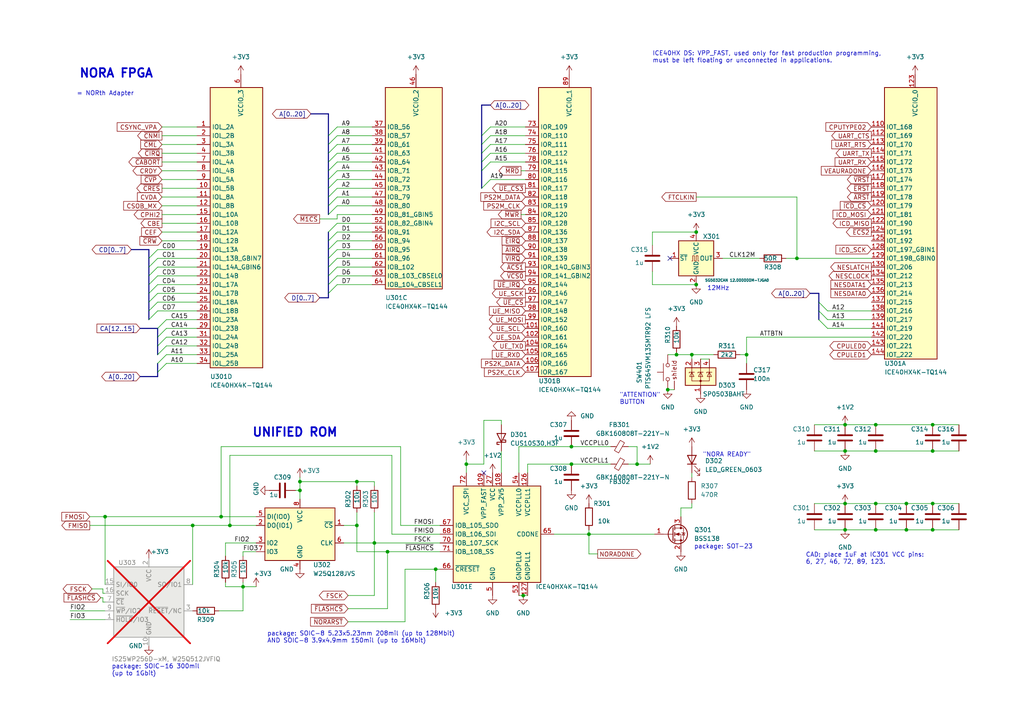
<source format=kicad_sch>
(kicad_sch (version 20230121) (generator eeschema)
  (paper "A4")
  (title_block (title "X65-SBC") (date "2023-12-29") (rev "revA1") (company "FOR X65.EU DESIGNED BY JSYKORA.INFO") (comment 1 "NORA FPGA with UNIFIED ROM SPI-Flash"))
  (lib_symbols
    (symbol "Device:C" (pin_numbers hide) (pin_names (offset 0.254))
      (property "Reference" "C" (at 0.635 2.54 0))
      (property "Value" "C" (at 0.635 -2.54 0))
      (symbol "C_1_1"
        (pin passive line (at 0 3.81 270) (length 2.794) (name "~") (number "1"))
        (pin passive line (at 0 -3.81 90) (length 2.794) (name "~") (number "2"))
      )
    )
    (symbol "Device:D_Schottky" (pin_numbers hide) (pin_names (offset 1.016) hide)
      (property "Reference" "D" (at 0 2.54 0))
      (property "Value" "D_Schottky" (at 0 -2.54 0))
      (symbol "D_Schottky_1_1"
        (pin passive line (at -3.81 0 0) (length 2.54) (name "K") (number "1"))
        (pin passive line (at 3.81 0 180) (length 2.54) (name "A") (number "2"))
      )
    )
    (symbol "Device:FerriteBead_Small" (pin_numbers hide) (pin_names (offset 0))
      (property "Reference" "FB" (at 1.905 1.27 0))
      (property "Value" "FerriteBead_Small" (at 1.905 -1.27 0))
      (symbol "FerriteBead_Small_1_1"
        (pin passive line (at 0 2.54 270) (length 1.27) (name "~") (number "1"))
        (pin passive line (at 0 -2.54 90) (length 1.27) (name "~") (number "2"))
      )
    )
    (symbol "Device:LED" (pin_numbers hide) (pin_names (offset 1.016) hide)
      (property "Reference" "D" (at 0 2.54 0))
      (property "Value" "LED" (at 0 -2.54 0))
      (symbol "LED_1_1"
        (pin passive line (at -3.81 0 0) (length 2.54) (name "K") (number "1"))
        (pin passive line (at 3.81 0 180) (length 2.54) (name "A") (number "2"))
      )
    )
    (symbol "Device:R" (pin_numbers hide) (pin_names (offset 0))
      (property "Reference" "R" (at 2.032 0 90))
      (property "Value" "R" (at 0 0 90))
      (symbol "R_1_1"
        (pin passive line (at 0 3.81 270) (length 1.27) (name "~") (number "1"))
        (pin passive line (at 0 -3.81 90) (length 1.27) (name "~") (number "2"))
      )
    )
    (symbol "FPGA_Lattice:ICE40HX4K-TQ144"
      (property "Reference" "U" (at 12.7 53.34 0))
      (property "Value" "ICE40HX4K-TQ144" (at 30.48 48.26 0))
      (symbol "ICE40HX4K-TQ144_1_1"
        (pin bidirectional line (at -12.7 30.48 0) (length 3.81) (name "IOT_168") (number "110"))
        (pin bidirectional line (at -12.7 27.94 0) (length 3.81) (name "IOT_169") (number "112"))
        (pin bidirectional line (at -12.7 25.4 0) (length 3.81) (name "IOT_170") (number "113"))
        (pin bidirectional line (at -12.7 22.86 0) (length 3.81) (name "IOT_171") (number "114"))
        (pin bidirectional line (at -12.7 20.32 0) (length 3.81) (name "IOT_172") (number "115"))
        (pin bidirectional line (at -12.7 17.78 0) (length 3.81) (name "IOT_173") (number "116"))
        (pin bidirectional line (at -12.7 15.24 0) (length 3.81) (name "IOT_174") (number "117"))
        (pin bidirectional line (at -12.7 12.7 0) (length 3.81) (name "IOT_177") (number "118"))
        (pin bidirectional line (at -12.7 10.16 0) (length 3.81) (name "IOT_178") (number "119"))
        (pin bidirectional line (at -12.7 7.62 0) (length 3.81) (name "IOT_179") (number "120"))
        (pin bidirectional line (at -12.7 5.08 0) (length 3.81) (name "IOT_181") (number "121"))
        (pin bidirectional line (at -12.7 2.54 0) (length 3.81) (name "IOT_190") (number "122"))
        (pin power_in line (at 0 45.72 270) (length 3.81) (name "VCCIO_0") (number "123"))
        (pin bidirectional line (at -12.7 0 0) (length 3.81) (name "IOT_191") (number "124"))
        (pin bidirectional line (at -12.7 -2.54 0) (length 3.81) (name "IOT_192") (number "125"))
        (pin bidirectional line (at -12.7 -5.08 0) (length 3.81) (name "IOT_197_GBIN1") (number "128"))
        (pin bidirectional line (at -12.7 -7.62 0) (length 3.81) (name "IOT_198_GBIN0") (number "129"))
        (pin bidirectional line (at -12.7 -10.16 0) (length 3.81) (name "IOT_206") (number "130"))
        (pin passive line (at 0 45.72 270) (length 3.81) hide (name "VCCIO_0") (number "131"))
        (pin bidirectional line (at -12.7 -12.7 0) (length 3.81) (name "IOT_212") (number "134"))
        (pin bidirectional line (at -12.7 -15.24 0) (length 3.81) (name "IOT_213") (number "135"))
        (pin bidirectional line (at -12.7 -17.78 0) (length 3.81) (name "IOT_214") (number "136"))
        (pin bidirectional line (at -12.7 -20.32 0) (length 3.81) (name "IOT_215") (number "137"))
        (pin bidirectional line (at -12.7 -22.86 0) (length 3.81) (name "IOT_216") (number "138"))
        (pin bidirectional line (at -12.7 -25.4 0) (length 3.81) (name "IOT_217") (number "139"))
        (pin bidirectional line (at -12.7 -27.94 0) (length 3.81) (name "IOT_219") (number "141"))
        (pin bidirectional line (at -12.7 -30.48 0) (length 3.81) (name "IOT_220") (number "142"))
        (pin bidirectional line (at -12.7 -33.02 0) (length 3.81) (name "IOT_221") (number "143"))
        (pin bidirectional line (at -12.7 -35.56 0) (length 3.81) (name "IOT_222") (number "144"))
      )
      (symbol "ICE40HX4K-TQ144_2_1"
        (pin passive line (at 0 48.26 270) (length 3.81) hide (name "VCCIO_1") (number "100"))
        (pin bidirectional line (at -12.7 -25.4 0) (length 3.81) (name "IOR_160") (number "101"))
        (pin bidirectional line (at -12.7 -27.94 0) (length 3.81) (name "IOR_161") (number "102"))
        (pin bidirectional line (at -12.7 -30.48 0) (length 3.81) (name "IOR_164") (number "104"))
        (pin bidirectional line (at -12.7 -33.02 0) (length 3.81) (name "IOR_165") (number "105"))
        (pin bidirectional line (at -12.7 -35.56 0) (length 3.81) (name "IOR_166") (number "106"))
        (pin bidirectional line (at -12.7 -38.1 0) (length 3.81) (name "IOR_167") (number "107"))
        (pin bidirectional line (at -12.7 33.02 0) (length 3.81) (name "IOR_109") (number "73"))
        (pin bidirectional line (at -12.7 30.48 0) (length 3.81) (name "IOR_110") (number "74"))
        (pin bidirectional line (at -12.7 27.94 0) (length 3.81) (name "IOR_111") (number "75"))
        (pin bidirectional line (at -12.7 25.4 0) (length 3.81) (name "IOR_112") (number "76"))
        (pin bidirectional line (at -12.7 22.86 0) (length 3.81) (name "IOR_114") (number "78"))
        (pin bidirectional line (at -12.7 20.32 0) (length 3.81) (name "IOR_115") (number "79"))
        (pin bidirectional line (at -12.7 17.78 0) (length 3.81) (name "IOR_116") (number "80"))
        (pin bidirectional line (at -12.7 15.24 0) (length 3.81) (name "IOR_117") (number "81"))
        (pin bidirectional line (at -12.7 12.7 0) (length 3.81) (name "IOR_118") (number "82"))
        (pin bidirectional line (at -12.7 10.16 0) (length 3.81) (name "IOR_119") (number "83"))
        (pin bidirectional line (at -12.7 7.62 0) (length 3.81) (name "IOR_120") (number "84"))
        (pin bidirectional line (at -12.7 5.08 0) (length 3.81) (name "IOR_128") (number "85"))
        (pin bidirectional line (at -12.7 2.54 0) (length 3.81) (name "IOR_136") (number "87"))
        (pin bidirectional line (at -12.7 0 0) (length 3.81) (name "IOR_137") (number "88"))
        (pin power_in line (at 0 48.26 270) (length 3.81) (name "VCCIO_1") (number "89"))
        (pin bidirectional line (at -12.7 -2.54 0) (length 3.81) (name "IOR_138") (number "90"))
        (pin bidirectional line (at -12.7 -5.08 0) (length 3.81) (name "IOR_139") (number "91"))
        (pin bidirectional line (at -12.7 -7.62 0) (length 3.81) (name "IOR_140_GBIN3") (number "93"))
        (pin bidirectional line (at -12.7 -10.16 0) (length 3.81) (name "IOR_141_GBIN2") (number "94"))
        (pin bidirectional line (at -12.7 -12.7 0) (length 3.81) (name "IOR_144") (number "95"))
        (pin bidirectional line (at -12.7 -15.24 0) (length 3.81) (name "IOR_146") (number "96"))
        (pin bidirectional line (at -12.7 -17.78 0) (length 3.81) (name "IOR_147") (number "97"))
        (pin bidirectional line (at -12.7 -20.32 0) (length 3.81) (name "IOR_148") (number "98"))
        (pin bidirectional line (at -12.7 -22.86 0) (length 3.81) (name "IOR_152") (number "99"))
      )
      (symbol "ICE40HX4K-TQ144_3_1"
        (pin bidirectional line (at -12.7 20.32 0) (length 3.81) (name "IOB_56") (number "37"))
        (pin bidirectional line (at -12.7 17.78 0) (length 3.81) (name "IOB_57") (number "38"))
        (pin bidirectional line (at -12.7 15.24 0) (length 3.81) (name "IOB_61") (number "39"))
        (pin bidirectional line (at -12.7 12.7 0) (length 3.81) (name "IOB_63") (number "41"))
        (pin bidirectional line (at -12.7 10.16 0) (length 3.81) (name "IOB_64") (number "42"))
        (pin bidirectional line (at -12.7 7.62 0) (length 3.81) (name "IOB_71") (number "43"))
        (pin bidirectional line (at -12.7 5.08 0) (length 3.81) (name "IOB_72") (number "44"))
        (pin bidirectional line (at -12.7 2.54 0) (length 3.81) (name "IOB_73") (number "45"))
        (pin power_in line (at 0 35.56 270) (length 3.81) (name "VCCIO_2") (number "46"))
        (pin bidirectional line (at -12.7 0 0) (length 3.81) (name "IOB_79") (number "47"))
        (pin bidirectional line (at -12.7 -2.54 0) (length 3.81) (name "IOB_80") (number "48"))
        (pin bidirectional line (at -12.7 -5.08 0) (length 3.81) (name "IOB_81_GBIN5") (number "49"))
        (pin bidirectional line (at -12.7 -7.62 0) (length 3.81) (name "IOB_82_GBIN4") (number "52"))
        (pin bidirectional line (at -12.7 -10.16 0) (length 3.81) (name "IOB_91") (number "55"))
        (pin bidirectional line (at -12.7 -12.7 0) (length 3.81) (name "IOB_94") (number "56"))
        (pin passive line (at 0 35.56 270) (length 3.81) hide (name "VCCIO_2") (number "57"))
        (pin bidirectional line (at -12.7 -15.24 0) (length 3.81) (name "IOB_95") (number "60"))
        (pin bidirectional line (at -12.7 -17.78 0) (length 3.81) (name "IOB_96") (number "61"))
        (pin bidirectional line (at -12.7 -20.32 0) (length 3.81) (name "IOB_102") (number "62"))
        (pin bidirectional line (at -12.7 -22.86 0) (length 3.81) (name "IOB_103_CBSEL0") (number "63"))
        (pin bidirectional line (at -12.7 -25.4 0) (length 3.81) (name "IOB_104_CBSEL1") (number "64"))
      )
      (symbol "ICE40HX4K-TQ144_4_1"
        (pin bidirectional line (at -12.7 30.48 0) (length 3.81) (name "IOL_2A") (number "1"))
        (pin bidirectional line (at -12.7 12.7 0) (length 3.81) (name "IOL_5B") (number "10"))
        (pin bidirectional line (at -12.7 10.16 0) (length 3.81) (name "IOL_8A") (number "11"))
        (pin bidirectional line (at -12.7 7.62 0) (length 3.81) (name "IOL_8B") (number "12"))
        (pin bidirectional line (at -12.7 5.08 0) (length 3.81) (name "IOL_10A") (number "15"))
        (pin bidirectional line (at -12.7 2.54 0) (length 3.81) (name "IOL_10B") (number "16"))
        (pin bidirectional line (at -12.7 0 0) (length 3.81) (name "IOL_12A") (number "17"))
        (pin bidirectional line (at -12.7 -2.54 0) (length 3.81) (name "IOL_12B") (number "18"))
        (pin bidirectional line (at -12.7 -5.08 0) (length 3.81) (name "IOL_13A") (number "19"))
        (pin bidirectional line (at -12.7 27.94 0) (length 3.81) (name "IOL_2B") (number "2"))
        (pin bidirectional line (at -12.7 -7.62 0) (length 3.81) (name "IOL_13B_GBIN7") (number "20"))
        (pin bidirectional line (at -12.7 -10.16 0) (length 3.81) (name "IOL_14A_GBIN6") (number "21"))
        (pin bidirectional line (at -12.7 -12.7 0) (length 3.81) (name "IOL_14B") (number "22"))
        (pin bidirectional line (at -12.7 -15.24 0) (length 3.81) (name "IOL_17A") (number "23"))
        (pin bidirectional line (at -12.7 -17.78 0) (length 3.81) (name "IOL_17B") (number "24"))
        (pin bidirectional line (at -12.7 -20.32 0) (length 3.81) (name "IOL_18A") (number "25"))
        (pin bidirectional line (at -12.7 -22.86 0) (length 3.81) (name "IOL_18B") (number "26"))
        (pin bidirectional line (at -12.7 -25.4 0) (length 3.81) (name "IOL_23A") (number "28"))
        (pin bidirectional line (at -12.7 -27.94 0) (length 3.81) (name "IOL_23B") (number "29"))
        (pin bidirectional line (at -12.7 25.4 0) (length 3.81) (name "IOL_3A") (number "3"))
        (pin passive line (at 0 45.72 270) (length 3.81) hide (name "VCCIO_3") (number "30"))
        (pin bidirectional line (at -12.7 -30.48 0) (length 3.81) (name "IOL_24A") (number "31"))
        (pin bidirectional line (at -12.7 -33.02 0) (length 3.81) (name "IOL_24B") (number "32"))
        (pin bidirectional line (at -12.7 -35.56 0) (length 3.81) (name "IOL_25A") (number "33"))
        (pin bidirectional line (at -12.7 -38.1 0) (length 3.81) (name "IOL_25B") (number "34"))
        (pin bidirectional line (at -12.7 22.86 0) (length 3.81) (name "IOL_3B") (number "4"))
        (pin power_in line (at 0 45.72 270) (length 3.81) (name "VCCIO_3") (number "6"))
        (pin bidirectional line (at -12.7 20.32 0) (length 3.81) (name "IOL_4A") (number "7"))
        (pin bidirectional line (at -12.7 17.78 0) (length 3.81) (name "IOL_4B") (number "8"))
        (pin bidirectional line (at -12.7 15.24 0) (length 3.81) (name "IOL_5A") (number "9"))
      )
      (symbol "ICE40HX4K-TQ144_5_1"
        (pin passive line (at 0 -17.78 90) (length 3.81) hide (name "GND") (number "103"))
        (pin power_in line (at 2.54 17.78 270) (length 3.81) (name "VPP_2V5") (number "108"))
        (pin power_in line (at -2.54 17.78 270) (length 3.81) (name "VPP_FAST") (number "109"))
        (pin passive line (at 0 17.78 270) (length 3.81) hide (name "VCC") (number "111"))
        (pin power_in line (at 10.16 17.78 270) (length 3.81) (name "VCCPLL1") (number "126"))
        (pin power_in line (at 10.16 -17.78 90) (length 3.81) (name "GNDPLL1") (number "127"))
        (pin passive line (at 0 -17.78 90) (length 3.81) hide (name "GND") (number "13"))
        (pin passive line (at 0 -17.78 90) (length 3.81) hide (name "GND") (number "132"))
        (pin no_connect line (at 12.7 -10.16 180) (length 3.81) hide (name "NC") (number "133"))
        (pin passive line (at 0 -17.78 90) (length 3.81) hide (name "GND") (number "14"))
        (pin passive line (at 0 -17.78 90) (length 3.81) hide (name "GND") (number "140"))
        (pin power_in line (at 0 17.78 270) (length 3.81) (name "VCC") (number "27"))
        (pin no_connect line (at 12.7 5.08 180) (length 3.81) hide (name "NC") (number "35"))
        (pin no_connect line (at 12.7 2.54 180) (length 3.81) hide (name "NC") (number "36"))
        (pin passive line (at 0 17.78 270) (length 3.81) hide (name "VCC") (number "40"))
        (pin power_in line (at 0 -17.78 90) (length 3.81) (name "GND") (number "5"))
        (pin no_connect line (at 12.7 -2.54 180) (length 3.81) hide (name "NC") (number "50"))
        (pin no_connect line (at 12.7 -5.08 180) (length 3.81) hide (name "NC") (number "51"))
        (pin power_in line (at 7.62 -17.78 90) (length 3.81) (name "GNDPLL0") (number "53"))
        (pin power_in line (at 7.62 17.78 270) (length 3.81) (name "VCCPLL0") (number "54"))
        (pin no_connect line (at 12.7 -7.62 180) (length 3.81) hide (name "NC") (number "58"))
        (pin passive line (at 0 -17.78 90) (length 3.81) hide (name "GND") (number "59"))
        (pin open_collector line (at 17.78 0 180) (length 3.81) (name "CDONE") (number "65"))
        (pin input line (at -15.24 -10.16 0) (length 3.81) (name "~{CRESET}") (number "66"))
        (pin bidirectional line (at -15.24 2.54 0) (length 3.81) (name "IOB_105_SDO") (number "67"))
        (pin bidirectional line (at -15.24 0 0) (length 3.81) (name "IOB_106_SDI") (number "68"))
        (pin passive line (at 0 -17.78 90) (length 3.81) hide (name "GND") (number "69"))
        (pin bidirectional line (at -15.24 -2.54 0) (length 3.81) (name "IOB_107_SCK") (number "70"))
        (pin bidirectional line (at -15.24 -5.08 0) (length 3.81) (name "IOB_108_SS") (number "71"))
        (pin power_in line (at -7.62 17.78 270) (length 3.81) (name "VCC_SPI") (number "72"))
        (pin no_connect line (at 12.7 7.62 180) (length 3.81) hide (name "NC") (number "77"))
        (pin passive line (at 0 -17.78 90) (length 3.81) hide (name "GND") (number "86"))
        (pin passive line (at 0 17.78 270) (length 3.81) hide (name "VCC") (number "92"))
      )
    )
    (symbol "Memory_Flash:IS25WP256D-xM"
      (property "Reference" "U" (at -8.89 11.43 0))
      (property "Value" "IS25WP256D-xM" (at 8.89 11.43 0))
      (symbol "IS25WP256D-xM_0_1"
        (pin bidirectional line (at -12.7 -5.08 0) (length 2.54) (name "~{HOLD}/IO3") (number "1"))
        (pin power_in line (at 0 -12.7 90) (length 2.54) (name "GND") (number "10"))
        (pin no_connect line (at 10.16 0 180) (length 2.54) hide (name "NC") (number "11"))
        (pin no_connect line (at 10.16 -5.08 180) (length 2.54) hide (name "NC") (number "12"))
        (pin no_connect line (at 10.16 7.62 180) (length 2.54) hide (name "NC") (number "13"))
        (pin no_connect line (at 10.16 -7.62 180) (length 2.54) hide (name "NC") (number "14"))
        (pin bidirectional line (at -12.7 5.08 0) (length 2.54) (name "SI/IO0") (number "15"))
        (pin input line (at -12.7 2.54 0) (length 2.54) (name "SCK") (number "16"))
        (pin power_in line (at 0 12.7 270) (length 2.54) (name "VCC") (number "2"))
        (pin input line (at 12.7 -2.54 180) (length 2.54) (name "~{RESET}/NC") (number "3"))
        (pin no_connect line (at -10.16 7.62 0) (length 2.54) hide (name "NC") (number "4"))
        (pin no_connect line (at -10.16 -7.62 0) (length 2.54) hide (name "NC") (number "5"))
        (pin no_connect line (at 10.16 2.54 180) (length 2.54) hide (name "NC") (number "6"))
        (pin input line (at -12.7 0 0) (length 2.54) (name "~{CE}") (number "7"))
        (pin bidirectional line (at 12.7 5.08 180) (length 2.54) (name "SO/IO1") (number "8"))
        (pin bidirectional line (at -12.7 -2.54 0) (length 2.54) (name "~{WP}/IO2") (number "9"))
      )
    )
    (symbol "Memory_Flash:W25Q128JVS"
      (property "Reference" "U" (at -8.89 8.89 0))
      (property "Value" "W25Q128JVS" (at 7.62 8.89 0))
      (symbol "W25Q128JVS_1_1"
        (pin input line (at -12.7 2.54 0) (length 2.54) (name "~{CS}") (number "1"))
        (pin bidirectional line (at 12.7 2.54 180) (length 2.54) (name "DO(IO1)") (number "2"))
        (pin bidirectional line (at 12.7 -2.54 180) (length 2.54) (name "IO2") (number "3"))
        (pin power_in line (at 0 -10.16 90) (length 2.54) (name "GND") (number "4"))
        (pin bidirectional line (at 12.7 5.08 180) (length 2.54) (name "DI(IO0)") (number "5"))
        (pin input line (at -12.7 -2.54 0) (length 2.54) (name "CLK") (number "6"))
        (pin bidirectional line (at 12.7 -5.08 180) (length 2.54) (name "IO3") (number "7"))
        (pin power_in line (at 0 10.16 270) (length 2.54) (name "VCC") (number "8"))
      )
    )
    (symbol "Oscillator:SG-5032CAN" (pin_names (offset 0.254))
      (property "Reference" "X" (at -5.08 6.35 0))
      (property "Value" "SG-5032CAN" (at 1.27 -6.35 0))
      (symbol "SG-5032CAN_1_1"
        (pin input line (at -7.62 0 0) (length 2.54) (name "~{ST}") (number "1"))
        (pin power_in line (at 0 -7.62 90) (length 2.54) (name "GND") (number "2"))
        (pin output line (at 7.62 0 180) (length 2.54) (name "OUT") (number "3"))
        (pin power_in line (at 0 7.62 270) (length 2.54) (name "VCC") (number "4"))
      )
    )
    (symbol "Power_Protection:SP0503BAHT" (pin_names hide)
      (property "Reference" "D" (at 5.715 2.54 0))
      (property "Value" "SP0503BAHT" (at 5.715 0.635 0))
      (symbol "SP0503BAHT_0_0"
        (pin passive line (at 0 -5.08 90) (length 2.54) (name "A") (number "1"))
      )
      (symbol "SP0503BAHT_1_1"
        (pin passive line (at -2.54 5.08 270) (length 2.54) (name "K") (number "2"))
        (pin passive line (at 0 5.08 270) (length 2.54) (name "K") (number "3"))
        (pin passive line (at 2.54 5.08 270) (length 2.54) (name "K") (number "4"))
      )
    )
    (symbol "Transistor_FET:BSS123" (pin_names hide)
      (property "Reference" "Q" (at 5.08 1.905 0))
      (property "Value" "BSS123" (at 5.08 0 0))
      (symbol "BSS123_1_1"
        (pin input line (at -5.08 0 0) (length 2.54) (name "G") (number "1"))
        (pin passive line (at 2.54 -5.08 90) (length 2.54) (name "S") (number "2"))
        (pin passive line (at 2.54 5.08 270) (length 2.54) (name "D") (number "3"))
      )
    )
    (symbol "power:+1V2" (power) (pin_names (offset 0))
      (property "Value" "+1V2" (at 0 3.556 0))
      (symbol "+1V2_1_1"
        (pin power_in line (at 0 0 90) (length 0) hide (name "+1V2") (number "1"))
      )
    )
    (symbol "power:+3V3" (power) (pin_names (offset 0))
      (property "Value" "+3V3" (at 0 3.556 0))
      (symbol "+3V3_1_1"
        (pin power_in line (at 0 0 90) (length 0) hide (name "+3V3") (number "1"))
      )
    )
    (symbol "power:GND" (power) (pin_names (offset 0))
      (property "Value" "GND" (at 0 -3.81 0))
      (symbol "GND_1_1"
        (pin power_in line (at 0 0 270) (length 0) hide (name "GND") (number "1"))
      )
    )
    (symbol "vera-module:SW_Push_SH" (pin_numbers hide) (pin_names (offset 1.016) hide)
      (property "Reference" "SW" (at 1.27 2.54 0))
      (property "Value" "SW_Push_SH" (at 0 -4.445 0))
      (symbol "SW_Push_SH_0_0"
        (text "shield" (at 0.635 -1.905 0) (effects (font (size 1.27 1.27))))
      )
      (symbol "SW_Push_SH_0_1"
        (pin passive line (at -5.08 0 0) (length 2.54) (name "1") (number "1"))
        (pin passive line (at 5.08 0 180) (length 2.54) (name "2") (number "2"))
      )
      (symbol "SW_Push_SH_1_1"
        (pin passive line (at -5.08 -1.905 0) (length 2.54) (name "SH") (number "SH"))
      )
    )
  )
  (junction (at 151.765 172.72))
  (junction (at 245.11 153.67))
  (junction (at 254 130.81))
  (junction (at 64.135 149.86))
  (junction (at 245.11 123.19))
  (junction (at 201.93 82.55))
  (junction (at 103.505 139.7))
  (junction (at 170.815 154.94))
  (junction (at 270.51 153.67))
  (junction (at 270.51 130.81))
  (junction (at 184.785 134.62))
  (junction (at 254 123.19))
  (junction (at 262.89 146.05))
  (junction (at 86.995 142.24))
  (junction (at 135.255 134.62))
  (junction (at 270.51 146.05))
  (junction (at 245.11 146.05))
  (junction (at 70.485 170.18))
  (junction (at 112.395 160.02))
  (junction (at 254 153.67))
  (junction (at 103.505 152.4))
  (junction (at 55.88 152.4))
  (junction (at 108.585 157.48))
  (junction (at 216.535 102.87))
  (junction (at 193.675 113.03))
  (junction (at 270.51 123.19))
  (junction (at 86.995 139.7))
  (junction (at 66.675 152.4))
  (junction (at 231.14 74.93))
  (junction (at 201.93 67.31))
  (junction (at 126.365 165.1))
  (junction (at 165.735 129.54))
  (junction (at 165.735 134.62))
  (junction (at 245.11 130.81))
  (junction (at 262.89 153.67))
  (junction (at 254 146.05))
  (junction (at 200.66 102.87))
  (junction (at 30.48 149.86))
  (junction (at 196.215 102.87))
  (no_connect (at 194.31 74.93))
  (no_connect (at 140.335 137.16))
  (bus_entry (at 237.49 92.71) (size 2.54 2.54))
  (bus_entry (at 45.72 100.33) (size 2.54 -2.54))
  (bus_entry (at 45.72 95.25) (size 2.54 -2.54))
  (bus_entry (at 45.72 97.79) (size 2.54 -2.54))
  (bus_entry (at 45.72 102.87) (size 2.54 -2.54))
  (bus_entry (at 95.25 41.91) (size 2.54 -2.54))
  (bus_entry (at 95.25 39.37) (size 2.54 -2.54))
  (bus_entry (at 95.25 44.45) (size 2.54 -2.54))
  (bus_entry (at 95.25 46.99) (size 2.54 -2.54))
  (bus_entry (at 95.25 49.53) (size 2.54 -2.54))
  (bus_entry (at 95.25 52.07) (size 2.54 -2.54))
  (bus_entry (at 95.25 54.61) (size 2.54 -2.54))
  (bus_entry (at 95.25 57.15) (size 2.54 -2.54))
  (bus_entry (at 95.25 59.69) (size 2.54 -2.54))
  (bus_entry (at 95.25 62.23) (size 2.54 -2.54))
  (bus_entry (at 139.7 41.91) (size 2.54 -2.54))
  (bus_entry (at 139.7 39.37) (size 2.54 -2.54))
  (bus_entry (at 139.7 49.53) (size 2.54 -2.54))
  (bus_entry (at 139.7 44.45) (size 2.54 -2.54))
  (bus_entry (at 139.7 46.99) (size 2.54 -2.54))
  (bus_entry (at 45.72 105.41) (size 2.54 -2.54))
  (bus_entry (at 45.72 107.95) (size 2.54 -2.54))
  (bus_entry (at 43.18 74.93) (size 2.54 -2.54))
  (bus_entry (at 43.18 77.47) (size 2.54 -2.54))
  (bus_entry (at 43.18 80.01) (size 2.54 -2.54))
  (bus_entry (at 43.18 82.55) (size 2.54 -2.54))
  (bus_entry (at 43.18 85.09) (size 2.54 -2.54))
  (bus_entry (at 43.18 87.63) (size 2.54 -2.54))
  (bus_entry (at 43.18 90.17) (size 2.54 -2.54))
  (bus_entry (at 43.18 92.71) (size 2.54 -2.54))
  (bus_entry (at 95.25 82.55) (size 2.54 -2.54))
  (bus_entry (at 95.25 85.09) (size 2.54 -2.54))
  (bus_entry (at 142.24 52.07) (size -2.54 2.54))
  (bus_entry (at 237.49 90.17) (size 2.54 2.54))
  (bus_entry (at 237.49 87.63) (size 2.54 2.54))
  (bus_entry (at 95.25 74.93) (size 2.54 -2.54))
  (bus_entry (at 95.25 72.39) (size 2.54 -2.54))
  (bus_entry (at 95.25 69.85) (size 2.54 -2.54))
  (bus_entry (at 95.25 67.31) (size 2.54 -2.54))
  (bus_entry (at 95.25 77.47) (size 2.54 -2.54))
  (bus_entry (at 95.25 80.01) (size 2.54 -2.54))
  (wire (pts (xy 135.255 134.62) (xy 135.255 137.16)))
  (wire (pts (xy 103.505 160.02) (xy 112.395 160.02)))
  (wire (pts (xy 46.99 64.77) (xy 57.15 64.77)))
  (wire (pts (xy 86.995 138.43) (xy 86.995 139.7)))
  (wire (pts (xy 45.72 80.01) (xy 57.15 80.01)))
  (bus (pts (xy 234.95 85.09) (xy 237.49 85.09)))
  (wire (pts (xy 165.735 129.54) (xy 150.495 129.54)))
  (wire (pts (xy 245.11 123.19) (xy 254 123.19)))
  (bus (pts (xy 43.18 90.17) (xy 43.18 92.71)))
  (wire (pts (xy 74.295 149.86) (xy 64.135 149.86)))
  (bus (pts (xy 95.25 49.53) (xy 95.25 52.07)))
  (wire (pts (xy 227.965 74.93) (xy 231.14 74.93)))
  (bus (pts (xy 95.25 59.69) (xy 95.25 62.23)))
  (bus (pts (xy 90.17 33.02) (xy 95.25 33.02)))
  (wire (pts (xy 108.585 157.48) (xy 127.635 157.48)))
  (wire (pts (xy 48.26 102.87) (xy 57.15 102.87)))
  (wire (pts (xy 55.88 152.4) (xy 55.88 169.545)))
  (wire (pts (xy 97.79 72.39) (xy 107.95 72.39)))
  (wire (pts (xy 100.965 172.72) (xy 108.585 172.72)))
  (wire (pts (xy 97.79 44.45) (xy 107.95 44.45)))
  (wire (pts (xy 70.485 168.91) (xy 70.485 170.18)))
  (wire (pts (xy 30.48 149.86) (xy 30.48 169.545)))
  (wire (pts (xy 97.79 39.37) (xy 107.95 39.37)))
  (bus (pts (xy 45.72 95.25) (xy 45.72 97.79)))
  (wire (pts (xy 46.99 36.83) (xy 57.15 36.83)))
  (bus (pts (xy 139.7 46.99) (xy 139.7 49.53)))
  (wire (pts (xy 145.415 130.81) (xy 145.415 137.16)))
  (wire (pts (xy 200.66 102.87) (xy 207.01 102.87)))
  (wire (pts (xy 270.51 123.19) (xy 278.13 123.19)))
  (wire (pts (xy 201.93 67.31) (xy 189.23 67.31)))
  (wire (pts (xy 55.88 152.4) (xy 66.675 152.4)))
  (wire (pts (xy 231.14 74.93) (xy 252.73 74.93)))
  (wire (pts (xy 74.295 152.4) (xy 66.675 152.4)))
  (wire (pts (xy 201.93 82.55) (xy 189.23 82.55)))
  (wire (pts (xy 48.26 105.41) (xy 57.15 105.41)))
  (wire (pts (xy 99.695 157.48) (xy 108.585 157.48)))
  (wire (pts (xy 97.79 41.91) (xy 107.95 41.91)))
  (wire (pts (xy 236.22 130.81) (xy 245.11 130.81)))
  (wire (pts (xy 270.51 153.67) (xy 278.13 153.67)))
  (wire (pts (xy 29.21 173.355) (xy 29.845 173.355)))
  (wire (pts (xy 45.72 72.39) (xy 57.15 72.39)))
  (bus (pts (xy 237.49 87.63) (xy 237.49 90.17)))
  (wire (pts (xy 142.24 46.99) (xy 152.4 46.99)))
  (wire (pts (xy 86.995 139.7) (xy 103.505 139.7)))
  (wire (pts (xy 74.295 160.02) (xy 70.485 160.02)))
  (bus (pts (xy 43.18 77.47) (xy 43.18 80.01)))
  (wire (pts (xy 45.72 82.55) (xy 57.15 82.55)))
  (wire (pts (xy 46.99 52.07) (xy 57.15 52.07)))
  (wire (pts (xy 46.99 62.23) (xy 57.15 62.23)))
  (wire (pts (xy 197.485 147.32) (xy 197.485 149.86)))
  (wire (pts (xy 177.165 134.62) (xy 165.735 134.62)))
  (wire (pts (xy 270.51 130.81) (xy 278.13 130.81)))
  (wire (pts (xy 97.79 36.83) (xy 107.95 36.83)))
  (wire (pts (xy 112.395 160.02) (xy 112.395 176.53)))
  (wire (pts (xy 200.66 146.05) (xy 200.66 147.32)))
  (wire (pts (xy 252.73 97.79) (xy 216.535 97.79)))
  (wire (pts (xy 97.79 52.07) (xy 107.95 52.07)))
  (wire (pts (xy 70.485 160.02) (xy 70.485 161.29)))
  (wire (pts (xy 46.99 39.37) (xy 57.15 39.37)))
  (wire (pts (xy 70.485 177.165) (xy 70.485 170.18)))
  (wire (pts (xy 165.735 134.62) (xy 153.035 134.62)))
  (bus (pts (xy 40.64 95.25) (xy 45.72 95.25)))
  (wire (pts (xy 46.99 67.31) (xy 57.15 67.31)))
  (wire (pts (xy 142.24 39.37) (xy 152.4 39.37)))
  (wire (pts (xy 99.695 152.4) (xy 103.505 152.4)))
  (bus (pts (xy 95.25 72.39) (xy 95.25 74.93)))
  (wire (pts (xy 46.99 41.91) (xy 57.15 41.91)))
  (wire (pts (xy 20.32 179.705) (xy 30.48 179.705)))
  (bus (pts (xy 40.64 109.22) (xy 45.72 109.22)))
  (wire (pts (xy 30.48 149.86) (xy 64.135 149.86)))
  (wire (pts (xy 97.79 64.77) (xy 107.95 64.77)))
  (wire (pts (xy 182.245 129.54) (xy 184.785 129.54)))
  (wire (pts (xy 48.26 97.79) (xy 57.15 97.79)))
  (wire (pts (xy 97.79 74.93) (xy 107.95 74.93)))
  (wire (pts (xy 66.675 132.08) (xy 113.665 132.08)))
  (wire (pts (xy 45.72 87.63) (xy 57.15 87.63)))
  (bus (pts (xy 95.25 44.45) (xy 95.25 46.99)))
  (wire (pts (xy 64.135 129.54) (xy 116.205 129.54)))
  (wire (pts (xy 86.995 142.24) (xy 86.995 144.78)))
  (wire (pts (xy 46.99 59.69) (xy 57.15 59.69)))
  (wire (pts (xy 193.675 102.87) (xy 196.215 102.87)))
  (wire (pts (xy 46.99 44.45) (xy 57.15 44.45)))
  (wire (pts (xy 86.995 139.7) (xy 86.995 142.24)))
  (bus (pts (xy 95.25 77.47) (xy 95.25 80.01)))
  (wire (pts (xy 151.765 172.72) (xy 153.035 172.72)))
  (wire (pts (xy 48.26 95.25) (xy 57.15 95.25)))
  (bus (pts (xy 95.25 33.02) (xy 95.25 39.37)))
  (wire (pts (xy 26.67 170.815) (xy 29.845 170.815)))
  (wire (pts (xy 48.26 92.71) (xy 57.15 92.71)))
  (wire (pts (xy 145.415 121.92) (xy 140.335 121.92)))
  (wire (pts (xy 117.475 165.1) (xy 117.475 180.34)))
  (wire (pts (xy 46.99 57.15) (xy 57.15 57.15)))
  (wire (pts (xy 107.95 62.23) (xy 97.79 62.23)))
  (bus (pts (xy 43.18 80.01) (xy 43.18 82.55)))
  (wire (pts (xy 240.03 90.17) (xy 252.73 90.17)))
  (wire (pts (xy 100.965 176.53) (xy 112.395 176.53)))
  (wire (pts (xy 108.585 140.97) (xy 108.585 139.7)))
  (wire (pts (xy 236.22 153.67) (xy 245.11 153.67)))
  (wire (pts (xy 45.72 74.93) (xy 57.15 74.93)))
  (bus (pts (xy 139.7 41.91) (xy 139.7 44.45)))
  (wire (pts (xy 170.815 154.94) (xy 170.815 160.655)))
  (wire (pts (xy 184.785 134.62) (xy 182.245 134.62)))
  (wire (pts (xy 150.495 172.72) (xy 151.765 172.72)))
  (wire (pts (xy 170.815 154.94) (xy 170.815 153.67)))
  (wire (pts (xy 97.79 77.47) (xy 107.95 77.47)))
  (wire (pts (xy 142.24 44.45) (xy 152.4 44.45)))
  (wire (pts (xy 46.99 46.99) (xy 57.15 46.99)))
  (wire (pts (xy 142.24 41.91) (xy 152.4 41.91)))
  (wire (pts (xy 177.165 129.54) (xy 165.735 129.54)))
  (wire (pts (xy 184.785 129.54) (xy 184.785 134.62)))
  (wire (pts (xy 97.79 67.31) (xy 107.95 67.31)))
  (bus (pts (xy 237.49 87.63) (xy 237.49 85.09)))
  (wire (pts (xy 201.93 57.15) (xy 231.14 57.15)))
  (wire (pts (xy 65.405 157.48) (xy 65.405 161.29)))
  (wire (pts (xy 108.585 157.48) (xy 108.585 172.72)))
  (wire (pts (xy 142.24 36.83) (xy 152.4 36.83)))
  (bus (pts (xy 38.1 72.39) (xy 43.18 72.39)))
  (wire (pts (xy 231.14 57.15) (xy 231.14 74.93)))
  (bus (pts (xy 43.18 87.63) (xy 43.18 90.17)))
  (wire (pts (xy 189.23 82.55) (xy 189.23 78.74)))
  (wire (pts (xy 97.79 62.23) (xy 97.79 63.5)))
  (bus (pts (xy 95.25 57.15) (xy 95.25 59.69)))
  (wire (pts (xy 270.51 146.05) (xy 278.13 146.05)))
  (wire (pts (xy 254 146.05) (xy 262.89 146.05)))
  (bus (pts (xy 43.18 72.39) (xy 43.18 74.93)))
  (wire (pts (xy 97.79 80.01) (xy 107.95 80.01)))
  (wire (pts (xy 127.635 154.94) (xy 113.665 154.94)))
  (wire (pts (xy 151.13 62.23) (xy 152.4 62.23)))
  (wire (pts (xy 46.99 49.53) (xy 57.15 49.53)))
  (bus (pts (xy 95.25 69.85) (xy 95.25 72.39)))
  (wire (pts (xy 97.79 59.69) (xy 107.95 59.69)))
  (wire (pts (xy 112.395 160.02) (xy 127.635 160.02)))
  (wire (pts (xy 63.5 177.165) (xy 70.485 177.165)))
  (wire (pts (xy 200.66 147.32) (xy 197.485 147.32)))
  (wire (pts (xy 240.03 92.71) (xy 252.73 92.71)))
  (bus (pts (xy 139.7 30.48) (xy 139.7 39.37)))
  (bus (pts (xy 95.25 82.55) (xy 95.25 85.09)))
  (bus (pts (xy 95.25 39.37) (xy 95.25 41.91)))
  (wire (pts (xy 70.485 170.18) (xy 74.295 170.18)))
  (wire (pts (xy 100.965 180.34) (xy 117.475 180.34)))
  (bus (pts (xy 43.18 85.09) (xy 43.18 87.63)))
  (bus (pts (xy 95.25 74.93) (xy 95.25 77.47)))
  (wire (pts (xy 140.335 121.92) (xy 140.335 134.62)))
  (wire (pts (xy 45.72 85.09) (xy 57.15 85.09)))
  (wire (pts (xy 209.55 74.93) (xy 220.345 74.93)))
  (wire (pts (xy 97.79 57.15) (xy 107.95 57.15)))
  (bus (pts (xy 95.25 67.31) (xy 95.25 69.85)))
  (wire (pts (xy 29.845 172.085) (xy 30.48 172.085)))
  (wire (pts (xy 196.215 102.87) (xy 200.66 102.87)))
  (bus (pts (xy 95.25 46.99) (xy 95.25 49.53)))
  (wire (pts (xy 184.785 134.62) (xy 188.595 134.62)))
  (wire (pts (xy 160.655 154.94) (xy 170.815 154.94)))
  (bus (pts (xy 237.49 92.71) (xy 237.49 90.17)))
  (bus (pts (xy 139.7 49.53) (xy 139.7 54.61)))
  (wire (pts (xy 66.675 152.4) (xy 66.675 132.08)))
  (wire (pts (xy 97.79 69.85) (xy 107.95 69.85)))
  (wire (pts (xy 135.255 134.62) (xy 140.335 134.62)))
  (wire (pts (xy 240.03 95.25) (xy 252.73 95.25)))
  (bus (pts (xy 45.72 105.41) (xy 45.72 107.95)))
  (bus (pts (xy 139.7 39.37) (xy 139.7 41.91)))
  (wire (pts (xy 196.215 102.235) (xy 196.215 102.87)))
  (wire (pts (xy 170.815 154.94) (xy 189.865 154.94)))
  (wire (pts (xy 103.505 152.4) (xy 103.505 160.02)))
  (wire (pts (xy 262.89 146.05) (xy 270.51 146.05)))
  (wire (pts (xy 153.035 134.62) (xy 153.035 137.16)))
  (wire (pts (xy 97.79 46.99) (xy 107.95 46.99)))
  (wire (pts (xy 150.495 129.54) (xy 150.495 137.16)))
  (wire (pts (xy 113.665 154.94) (xy 113.665 132.08)))
  (wire (pts (xy 20.32 177.165) (xy 30.48 177.165)))
  (wire (pts (xy 145.415 123.19) (xy 145.415 121.92)))
  (wire (pts (xy 245.11 153.67) (xy 254 153.67)))
  (bus (pts (xy 45.72 100.33) (xy 45.72 102.87)))
  (wire (pts (xy 151.13 49.53) (xy 152.4 49.53)))
  (wire (pts (xy 65.405 168.91) (xy 65.405 170.18)))
  (wire (pts (xy 170.815 160.655) (xy 173.355 160.655)))
  (bus (pts (xy 45.72 107.95) (xy 45.72 109.22)))
  (wire (pts (xy 97.79 82.55) (xy 107.95 82.55)))
  (wire (pts (xy 142.24 52.07) (xy 152.4 52.07)))
  (bus (pts (xy 43.18 74.93) (xy 43.18 77.47)))
  (bus (pts (xy 139.7 30.48) (xy 142.24 30.48)))
  (wire (pts (xy 26.035 149.86) (xy 30.48 149.86)))
  (wire (pts (xy 103.505 139.7) (xy 103.505 140.97)))
  (wire (pts (xy 127.635 165.1) (xy 126.365 165.1)))
  (wire (pts (xy 200.66 102.87) (xy 200.66 104.14)))
  (wire (pts (xy 216.535 102.87) (xy 216.535 105.41)))
  (bus (pts (xy 95.25 41.91) (xy 95.25 44.45)))
  (wire (pts (xy 97.79 54.61) (xy 107.95 54.61)))
  (wire (pts (xy 92.71 63.5) (xy 97.79 63.5)))
  (bus (pts (xy 95.25 80.01) (xy 95.25 82.55)))
  (wire (pts (xy 29.845 173.355) (xy 29.845 174.625)))
  (wire (pts (xy 214.63 102.87) (xy 216.535 102.87)))
  (wire (pts (xy 245.11 130.81) (xy 254 130.81)))
  (wire (pts (xy 29.845 170.815) (xy 29.845 172.085)))
  (wire (pts (xy 108.585 157.48) (xy 108.585 148.59)))
  (wire (pts (xy 29.845 174.625) (xy 30.48 174.625)))
  (wire (pts (xy 254 130.81) (xy 270.51 130.81)))
  (wire (pts (xy 97.79 49.53) (xy 107.95 49.53)))
  (wire (pts (xy 46.99 69.85) (xy 57.15 69.85)))
  (wire (pts (xy 64.135 149.86) (xy 64.135 129.54)))
  (wire (pts (xy 45.72 90.17) (xy 57.15 90.17)))
  (bus (pts (xy 95.25 54.61) (xy 95.25 57.15)))
  (wire (pts (xy 103.505 152.4) (xy 103.505 148.59)))
  (wire (pts (xy 254 123.19) (xy 270.51 123.19)))
  (wire (pts (xy 236.22 146.05) (xy 245.11 146.05)))
  (wire (pts (xy 236.22 123.19) (xy 245.11 123.19)))
  (bus (pts (xy 95.25 85.09) (xy 95.25 86.36)))
  (wire (pts (xy 108.585 139.7) (xy 103.505 139.7)))
  (bus (pts (xy 139.7 44.45) (xy 139.7 46.99)))
  (wire (pts (xy 74.295 157.48) (xy 65.405 157.48)))
  (wire (pts (xy 46.99 54.61) (xy 57.15 54.61)))
  (wire (pts (xy 126.365 165.1) (xy 126.365 168.91)))
  (wire (pts (xy 26.035 152.4) (xy 55.88 152.4)))
  (wire (pts (xy 116.205 152.4) (xy 116.205 129.54)))
  (bus (pts (xy 95.25 52.07) (xy 95.25 54.61)))
  (wire (pts (xy 45.72 77.47) (xy 57.15 77.47)))
  (wire (pts (xy 85.725 142.24) (xy 86.995 142.24)))
  (wire (pts (xy 203.2 104.14) (xy 205.74 104.14)))
  (bus (pts (xy 45.72 97.79) (xy 45.72 100.33)))
  (wire (pts (xy 65.405 170.18) (xy 70.485 170.18)))
  (wire (pts (xy 216.535 97.79) (xy 216.535 102.87)))
  (wire (pts (xy 135.255 133.35) (xy 135.255 134.62)))
  (wire (pts (xy 254 153.67) (xy 262.89 153.67)))
  (bus (pts (xy 92.71 86.36) (xy 95.25 86.36)))
  (wire (pts (xy 262.89 153.67) (xy 270.51 153.67)))
  (wire (pts (xy 126.365 165.1) (xy 117.475 165.1)))
  (wire (pts (xy 193.675 113.03) (xy 195.58 113.03)))
  (wire (pts (xy 189.23 67.31) (xy 189.23 71.12)))
  (wire (pts (xy 200.66 137.16) (xy 200.66 138.43)))
  (wire (pts (xy 245.11 146.05) (xy 254 146.05)))
  (wire (pts (xy 48.26 100.33) (xy 57.15 100.33)))
  (bus (pts (xy 43.18 82.55) (xy 43.18 85.09)))
  (wire (pts (xy 127.635 152.4) (xy 116.205 152.4)))
  (text "package: SOIC-8 5.23x5.23mm 208mil (up to 128Mbit)\nAND SOIC-8 3.9x4.9mm 150mil (up to 16Mbit) " (at 77.47 186.69 0) (effects (font (size 1.27 1.27)) (justify left bottom)))
  (text "12MHz" (at 205.105 84.455 0) (effects (font (size 1.27 1.27)) (justify left bottom)))
  (text "= NORth Adapter" (at 22.225 27.94 0) (effects (font (size 1.27 1.27)) (justify left bottom)))
  (text "ICE40HX DS: VPP_FAST, used only for fast production programming, \nmust be left floating or unconnected in applications." (at 189.23 18.415 0) (effects (font (size 1.27 1.27)) (justify left bottom)))
  (text "\"NORA READY\"" (at 203.835 132.715 0) (effects (font (size 1.27 1.27)) (justify left bottom)))
  (text "NORA FPGA" (at 22.86 22.86 0) (effects (font (size 2.5 2.5) (thickness 0.5) bold) (justify left bottom)))
  (text "UNIFIED ROM" (at 73.025 127 0) (effects (font (size 2.5 2.5) (thickness 0.5) bold) (justify left bottom)))
  (text "package: SOIC-16 300mil\n(up to 1Gbit)" (at 32.385 196.215 0) (effects (font (size 1.27 1.27)) (justify left bottom)))
  (text "package: SOT-23" (at 201.295 159.385 0) (effects (font (size 1.27 1.27)) (justify left bottom)))
  (text "\"ATTENTION\"\nBUTTON" (at 179.705 117.475 0) (effects (font (size 1.27 1.27)) (justify left bottom)))
  (text "CAD: place 1uF at IC301 VCC pins: \n6, 27, 46, 72, 89, 123." (at 233.68 163.83 0) (effects (font (size 1.27 1.27)) (justify left bottom)))
  (label "A1" (at 99.06 57.15 0))
  (label "A5" (at 99.06 46.99 0))
  (label "A8" (at 99.06 39.37 0))
  (label "D0" (at 99.06 64.77 0))
  (label "~{FLASHCS}" (at 117.475 160.02 0))
  (label "CD7" (at 46.99 90.17 0))
  (label "A10" (at 49.53 105.41 0))
  (label "A2" (at 99.06 54.61 0))
  (label "D3" (at 99.06 72.39 0))
  (label "D7" (at 99.06 82.55 0))
  (label "A19" (at 142.24 52.07 0))
  (label "CD0" (at 46.99 72.39 0))
  (label "A16" (at 143.51 44.45 0))
  (label "A17" (at 143.51 41.91 0))
  (label "A3" (at 99.06 52.07 0))
  (label "FIO2" (at 67.945 157.48 0))
  (label "FMISO" (at 120.015 154.94 0))
  (label "A6" (at 99.06 44.45 0))
  (label "A7" (at 99.06 41.91 0))
  (label "CA12" (at 49.53 100.33 0))
  (label "CA15" (at 49.53 92.71 0))
  (label "A13" (at 241.3 92.71 0))
  (label "D2" (at 99.06 69.85 0))
  (label "FIO2" (at 20.32 177.165 0))
  (label "FSCK" (at 120.015 157.48 0))
  (label "D5" (at 99.06 77.47 0))
  (label "A12" (at 241.3 90.17 0))
  (label "A15" (at 143.51 46.99 0))
  (label "CD2" (at 46.99 77.47 0))
  (label "FMOSI" (at 120.015 152.4 0))
  (label "D1" (at 99.06 67.31 0))
  (label "FIO3" (at 70.485 160.02 0))
  (label "CA14" (at 49.53 95.25 0))
  (label "FIO3" (at 20.32 179.705 0))
  (label "VCCPLL1" (at 168.275 134.62 0))
  (label "A20" (at 143.51 36.83 0))
  (label "A0" (at 99.06 59.69 0))
  (label "D6" (at 99.06 80.01 0))
  (label "CD3" (at 46.99 80.01 0))
  (label "A11" (at 49.53 102.87 0))
  (label "CLK12M" (at 211.455 74.93 0))
  (label "CD1" (at 46.99 74.93 0))
  (label "A18" (at 143.51 39.37 0))
  (label "VCCPLL0" (at 168.275 129.54 0))
  (label "D4" (at 99.06 74.93 0))
  (label "ATTBTN" (at 220.345 97.79 0))
  (label "CD6" (at 46.99 87.63 0))
  (label "CD4" (at 46.99 82.55 0))
  (label "CA13" (at 49.53 97.79 0))
  (label "CD5" (at 46.99 85.09 0))
  (label "A9" (at 99.06 36.83 0))
  (label "A14" (at 241.3 95.25 0))
  (label "A4" (at 99.06 49.53 0))
  (global_label "A[0..20]" (shape bidirectional) (at 234.95 85.09 180) (property "Intersheetrefs" "${INTERSHEET_REFS}" (effects hide)))
  (global_label "CRDY" (shape bidirectional) (at 46.99 49.53 180) (property "Intersheetrefs" "${INTERSHEET_REFS}" (effects hide)))
  (global_label "CPULED1" (shape bidirectional) (at 252.73 102.87 180) (property "Intersheetrefs" "${INTERSHEET_REFS}" (effects hide)))
  (global_label "PS2K_DATA" (shape input) (at 152.4 105.41 180) (property "Intersheetrefs" "${INTERSHEET_REFS}" (effects hide)))
  (global_label "CPULED0" (shape bidirectional) (at 252.73 100.33 180) (property "Intersheetrefs" "${INTERSHEET_REFS}" (effects hide)))
  (global_label "CSOB_MX" (shape input) (at 46.99 59.69 180) (property "Intersheetrefs" "${INTERSHEET_REFS}" (effects hide)))
  (global_label "~{CVP}" (shape input) (at 46.99 52.07 180) (property "Intersheetrefs" "${INTERSHEET_REFS}" (effects hide)))
  (global_label "UART_RTS" (shape input) (at 252.73 41.91 180) (property "Intersheetrefs" "${INTERSHEET_REFS}" (effects hide)))
  (global_label "~{CML}" (shape input) (at 46.99 41.91 180) (property "Intersheetrefs" "${INTERSHEET_REFS}" (effects hide)))
  (global_label "~{CRW}" (shape input) (at 46.99 69.85 180) (property "Intersheetrefs" "${INTERSHEET_REFS}" (effects hide)))
  (global_label "FMISO" (shape output) (at 26.035 152.4 180) (property "Intersheetrefs" "${INTERSHEET_REFS}" (effects hide)))
  (global_label "CA[12..15]" (shape input) (at 40.64 95.25 180) (property "Intersheetrefs" "${INTERSHEET_REFS}" (effects hide)))
  (global_label "I2C_SCL" (shape input) (at 152.4 64.77 180) (property "Intersheetrefs" "${INTERSHEET_REFS}" (effects hide)))
  (global_label "I2C_SDA" (shape bidirectional) (at 152.4 67.31 180) (property "Intersheetrefs" "${INTERSHEET_REFS}" (effects hide)))
  (global_label "FSCK" (shape bidirectional) (at 26.67 170.815 180) (property "Intersheetrefs" "${INTERSHEET_REFS}" (effects hide)))
  (global_label "UART_CTS" (shape output) (at 252.73 39.37 180) (property "Intersheetrefs" "${INTERSHEET_REFS}" (effects hide)))
  (global_label "~{UE_CS}" (shape output) (at 152.4 87.63 180) (property "Intersheetrefs" "${INTERSHEET_REFS}" (effects hide)))
  (global_label "~{CIRQ}" (shape output) (at 46.99 44.45 180) (property "Intersheetrefs" "${INTERSHEET_REFS}" (effects hide)))
  (global_label "~{VIRQ}" (shape input) (at 152.4 74.93 180) (property "Intersheetrefs" "${INTERSHEET_REFS}" (effects hide)))
  (global_label "A[0..20]" (shape bidirectional) (at 90.17 33.02 180) (property "Intersheetrefs" "${INTERSHEET_REFS}" (effects hide)))
  (global_label "NESCLOCK" (shape output) (at 252.73 80.01 180) (property "Intersheetrefs" "${INTERSHEET_REFS}" (effects hide)))
  (global_label "PS2K_CLK" (shape input) (at 152.4 107.95 180) (property "Intersheetrefs" "${INTERSHEET_REFS}" (effects hide)))
  (global_label "ICD_MOSI" (shape input) (at 252.73 62.23 180) (property "Intersheetrefs" "${INTERSHEET_REFS}" (effects hide)))
  (global_label "~{VRST}" (shape output) (at 252.73 52.07 180) (property "Intersheetrefs" "${INTERSHEET_REFS}" (effects hide)))
  (global_label "FTCLKIN" (shape output) (at 201.93 57.15 180) (property "Intersheetrefs" "${INTERSHEET_REFS}" (effects hide)) (property "Reference mezi listy" "${INTERSHEET_REFS}" (effects hide)))
  (global_label "~{ICD_CS}" (shape input) (at 252.73 59.69 180) (property "Intersheetrefs" "${INTERSHEET_REFS}" (effects hide)))
  (global_label "PS2M_CLK" (shape input) (at 152.4 59.69 180) (property "Intersheetrefs" "${INTERSHEET_REFS}" (effects hide)))
  (global_label "~{ERST}" (shape output) (at 252.73 54.61 180) (property "Intersheetrefs" "${INTERSHEET_REFS}" (effects hide)) (property "Reference mezi listy" "${INTERSHEET_REFS}" (effects hide)))
  (global_label "ICD_SCK" (shape input) (at 252.73 72.39 180) (property "Intersheetrefs" "${INTERSHEET_REFS}" (effects hide)))
  (global_label "~{UE_CS3}" (shape output) (at 152.4 54.61 180) (property "Intersheetrefs" "${INTERSHEET_REFS}" (effects hide)))
  (global_label "UE_SDA" (shape bidirectional) (at 152.4 97.79 180) (property "Intersheetrefs" "${INTERSHEET_REFS}" (effects hide)))
  (global_label "UART_TX" (shape output) (at 252.73 44.45 180) (property "Intersheetrefs" "${INTERSHEET_REFS}" (effects hide)))
  (global_label "~{CNMI}" (shape output) (at 46.99 39.37 180) (property "Intersheetrefs" "${INTERSHEET_REFS}" (effects hide)))
  (global_label "UE_TXD" (shape output) (at 152.4 100.33 180) (property "Intersheetrefs" "${INTERSHEET_REFS}" (effects hide)))
  (global_label "~{MWR}" (shape output) (at 151.13 62.23 180) (property "Intersheetrefs" "${INTERSHEET_REFS}" (effects hide)))
  (global_label "~{FLASHCS}" (shape input) (at 29.21 173.355 180) (property "Intersheetrefs" "${INTERSHEET_REFS}" (effects hide)))
  (global_label "CPUTYPE02" (shape input) (at 252.73 36.83 180) (property "Intersheetrefs" "${INTERSHEET_REFS}" (effects hide)))
  (global_label "FSCK" (shape bidirectional) (at 100.965 172.72 180) (property "Intersheetrefs" "${INTERSHEET_REFS}" (effects hide)))
  (global_label "~{MRD}" (shape output) (at 151.13 49.53 180) (property "Intersheetrefs" "${INTERSHEET_REFS}" (effects hide)))
  (global_label "UART_RX" (shape input) (at 252.73 46.99 180) (property "Intersheetrefs" "${INTERSHEET_REFS}" (effects hide)))
  (global_label "~{FLASHCS}" (shape input) (at 100.965 176.53 180) (property "Intersheetrefs" "${INTERSHEET_REFS}" (effects hide)))
  (global_label "~{UE_IRQ}" (shape input) (at 152.4 82.55 180) (property "Intersheetrefs" "${INTERSHEET_REFS}" (effects hide)))
  (global_label "UE_RXD" (shape input) (at 152.4 102.87 180) (property "Intersheetrefs" "${INTERSHEET_REFS}" (effects hide)))
  (global_label "VEAURADONE" (shape input) (at 252.73 49.53 180) (property "Intersheetrefs" "${INTERSHEET_REFS}" (effects hide)))
  (global_label "NESDATA0" (shape input) (at 252.73 85.09 180) (property "Intersheetrefs" "${INTERSHEET_REFS}" (effects hide)))
  (global_label "~{NORARST}" (shape input) (at 100.965 180.34 180) (property "Intersheetrefs" "${INTERSHEET_REFS}" (effects hide)))
  (global_label "~{M1CS}" (shape output) (at 92.71 63.5 180) (property "Intersheetrefs" "${INTERSHEET_REFS}" (effects hide)))
  (global_label "~{CRES}" (shape output) (at 46.99 54.61 180) (property "Intersheetrefs" "${INTERSHEET_REFS}" (effects hide)))
  (global_label "NESDATA1" (shape input) (at 252.73 82.55 180) (property "Intersheetrefs" "${INTERSHEET_REFS}" (effects hide)))
  (global_label "~{ARST}" (shape output) (at 252.73 57.15 180) (property "Intersheetrefs" "${INTERSHEET_REFS}" (effects hide)))
  (global_label "ICD_MISO" (shape output) (at 252.73 64.77 180) (property "Intersheetrefs" "${INTERSHEET_REFS}" (effects hide)))
  (global_label "UE_SCK" (shape output) (at 152.4 85.09 180) (property "Intersheetrefs" "${INTERSHEET_REFS}" (effects hide)))
  (global_label "CSYNC_VPA" (shape input) (at 46.99 36.83 180) (property "Intersheetrefs" "${INTERSHEET_REFS}" (effects hide)))
  (global_label "A[0..20]" (shape bidirectional) (at 40.64 109.22 180) (property "Intersheetrefs" "${INTERSHEET_REFS}" (effects hide)))
  (global_label "~{ACS1}" (shape output) (at 152.4 77.47 180) (property "Intersheetrefs" "${INTERSHEET_REFS}" (effects hide)))
  (global_label "~{VCS0}" (shape output) (at 152.4 80.01 180) (property "Intersheetrefs" "${INTERSHEET_REFS}" (effects hide)))
  (global_label "A[0..20]" (shape bidirectional) (at 142.24 30.48 0) (property "Intersheetrefs" "${INTERSHEET_REFS}" (effects hide)))
  (global_label "UE_MISO" (shape input) (at 152.4 90.17 180) (property "Intersheetrefs" "${INTERSHEET_REFS}" (effects hide)))
  (global_label "UE_SCL" (shape bidirectional) (at 152.4 95.25 180) (property "Intersheetrefs" "${INTERSHEET_REFS}" (effects hide)))
  (global_label "CD[0..7]" (shape bidirectional) (at 38.1 72.39 180) (property "Intersheetrefs" "${INTERSHEET_REFS}" (effects hide)))
  (global_label "UE_MOSI" (shape output) (at 152.4 92.71 180) (property "Intersheetrefs" "${INTERSHEET_REFS}" (effects hide)))
  (global_label "~{ECS2}" (shape output) (at 252.73 67.31 180) (property "Intersheetrefs" "${INTERSHEET_REFS}" (effects hide)))
  (global_label "~{EIRQ}" (shape input) (at 152.4 69.85 180) (property "Intersheetrefs" "${INTERSHEET_REFS}" (effects hide)) (property "Reference mezi listy" "${INTERSHEET_REFS}" (effects hide)))
  (global_label "D[0..7]" (shape bidirectional) (at 92.71 86.36 180) (property "Intersheetrefs" "${INTERSHEET_REFS}" (effects hide)))
  (global_label "PS2M_DATA" (shape input) (at 152.4 57.15 180) (property "Intersheetrefs" "${INTERSHEET_REFS}" (effects hide)))
  (global_label "~{AIRQ}" (shape input) (at 152.4 72.39 180) (property "Intersheetrefs" "${INTERSHEET_REFS}" (effects hide)))
  (global_label "~{CABORT}" (shape output) (at 46.99 46.99 180) (property "Intersheetrefs" "${INTERSHEET_REFS}" (effects hide)))
  (global_label "CPHI2" (shape output) (at 46.99 62.23 180) (property "Intersheetrefs" "${INTERSHEET_REFS}" (effects hide)))
  (global_label "NESLATCH" (shape output) (at 252.73 77.47 180) (property "Intersheetrefs" "${INTERSHEET_REFS}" (effects hide)))
  (global_label "CEF" (shape input) (at 46.99 67.31 180) (property "Intersheetrefs" "${INTERSHEET_REFS}" (effects hide)))
  (global_label "CBE" (shape output) (at 46.99 64.77 180) (property "Intersheetrefs" "${INTERSHEET_REFS}" (effects hide)))
  (global_label "FMOSI" (shape input) (at 26.035 149.86 180) (property "Intersheetrefs" "${INTERSHEET_REFS}" (effects hide)))
  (global_label "NORADONE" (shape output) (at 173.355 160.655 0) (property "Intersheetrefs" "${INTERSHEET_REFS}" (effects hide)))
  (global_label "CVDA" (shape input) (at 46.99 57.15 180) (property "Intersheetrefs" "${INTERSHEET_REFS}" (effects hide)))
  (symbol (lib_id "FPGA_Lattice:ICE40HX4K-TQ144") (at 165.1 69.85 0) (unit 2)
    (property "Reference" "U301" (at 156.21 110.49 0) (effects (justify left)))
    (property "Value" "ICE40HX4K-TQ144" (at 156.21 113.03 0) (effects (justify left)))
    (property "Footprint" "Package_QFP:TQFP-144_20x20mm_P0.5mm" (effects hide))
    (property "Datasheet" "http://www.latticesemi.com/Products/FPGAandCPLD/iCE40" (effects hide))
  )
  (symbol (lib_id "power:GND") (at 201.93 82.55 0) (unit 1)
    (property "Reference" "#PWR0108" (effects hide))
    (property "Value" "GND" (at 201.93 87.63 0))
  )
  (symbol (lib_id "Power_Protection:SP0503BAHT") (at 203.2 109.22 0) (unit 1)
    (property "Reference" "D303" (at 208.28 111.76 0) (effects (justify left)))
    (property "Value" "SP0503BAHT" (at 203.835 114.3 0) (effects (justify left)))
    (property "Footprint" "Package_TO_SOT_SMD:SOT-143" (effects hide))
    (property "Datasheet" "http://www.littelfuse.com/~/media/files/littelfuse/technical%20resources/documents/data%20sheets/sp05xxba.pdf" (effects hide))
  )
  (symbol (lib_id "power:GND") (at 197.485 160.02 0) (unit 1)
    (property "Reference" "#PWR0314" (effects hide))
    (property "Value" "GND" (at 197.485 165.1 0))
  )
  (symbol (lib_id "power:+3V3") (at 126.365 176.53 180) (unit 1)
    (property "Reference" "#PWR0308" (effects hide))
    (property "Value" "+3V3" (at 128.905 177.7999 0) (effects (justify right)))
  )
  (symbol (lib_id "Device:C") (at 236.22 127 0) (unit 1)
    (property "Reference" "C310" (at 229.87 124.46 0) (effects (justify left)))
    (property "Value" "1u" (at 231.14 128.27 0) (effects (justify left)))
    (property "Footprint" "Capacitor_SMD:C_0603_1608Metric_Pad1.08x0.95mm_HandSolder" (effects hide))
  )
  (symbol (lib_id "power:GND") (at 216.535 113.03 0) (unit 1)
    (property "Reference" "#PWR0320" (effects hide))
    (property "Value" "GND" (at 216.535 118.11 0))
  )
  (symbol (lib_id "power:GND") (at 43.18 187.325 0) (unit 1)
    (property "Reference" "#PWR0322" (effects hide))
    (property "Value" "GND" (at 39.37 187.325 0))
  )
  (symbol (lib_id "Device:R") (at 210.82 102.87 270) (unit 1)
    (property "Reference" "R311" (at 210.82 100.33 90))
    (property "Value" "2k2" (at 210.82 102.87 90))
    (property "Footprint" "Resistor_SMD:R_0603_1608Metric_Pad0.98x0.95mm_HandSolder" (effects hide))
  )
  (symbol (lib_id "power:+3V3") (at 135.255 133.35 0) (unit 1)
    (property "Reference" "#PWR0310" (effects hide))
    (property "Value" "+3V3" (at 135.255 128.27 0))
  )
  (symbol (lib_id "Transistor_FET:BSS123") (at 194.945 154.94 0) (unit 1)
    (property "Reference" "Q301" (at 201.295 153.6699 0) (effects (justify left)))
    (property "Value" "BSS138" (at 201.295 156.2099 0) (effects (justify left)))
    (property "Footprint" "Package_TO_SOT_SMD:SOT-23" (effects hide))
    (property "Datasheet" "http://www.diodes.com/assets/Datasheets/ds30366.pdf" (effects hide))
  )
  (symbol (lib_id "Device:C") (at 270.51 149.86 0) (unit 1)
    (property "Reference" "C305" (at 264.16 147.32 0) (effects (justify left)))
    (property "Value" "1u" (at 265.43 151.13 0) (effects (justify left)))
    (property "Footprint" "Capacitor_SMD:C_0603_1608Metric_Pad1.08x0.95mm_HandSolder" (effects hide))
  )
  (symbol (lib_id "Device:R") (at 103.505 144.78 0) (unit 1)
    (property "Reference" "R302" (at 100.965 147.32 90) (effects (justify left)))
    (property "Value" "10k" (at 103.505 146.05 90) (effects (justify left)))
    (property "Footprint" "Resistor_SMD:R_0603_1608Metric_Pad0.98x0.95mm_HandSolder" (effects hide))
  )
  (symbol (lib_id "Device:C") (at 245.11 149.86 0) (unit 1)
    (property "Reference" "C302" (at 238.76 147.32 0) (effects (justify left)))
    (property "Value" "1u" (at 240.03 151.13 0) (effects (justify left)))
    (property "Footprint" "Capacitor_SMD:C_0603_1608Metric_Pad1.08x0.95mm_HandSolder" (effects hide))
  )
  (symbol (lib_id "vera-module:SW_Push_SH") (at 193.675 107.95 90) (unit 1)
    (property "Reference" "SW401" (at 185.42 107.95 0))
    (property "Value" "PTS645VM13SMTR92 LFS" (at 187.96 100.965 0))
    (property "Footprint" "switches:PTS645VM13SMTR92 LFS" (effects hide))
    (instances (project "x65-sbc-revA1" (path "" (reference "SW401") (unit 1)) (path "" (reference "SW301") (unit 1))) (project "openX65-vabo" (path "" (reference "SW401") (unit 1))))
  )
  (symbol (lib_id "Device:C") (at 189.23 74.93 0) (unit 1)
    (property "Reference" "C315" (at 182.88 72.39 0) (effects (justify left)))
    (property "Value" "1u" (at 184.15 76.2 0) (effects (justify left)))
    (property "Footprint" "Capacitor_SMD:C_0603_1608Metric_Pad1.08x0.95mm_HandSolder" (effects hide))
  )
  (symbol (lib_id "power:GND") (at 245.11 153.67 0) (unit 1)
    (property "Reference" "#PWR0307" (effects hide))
    (property "Value" "GND" (at 245.11 158.75 0))
  )
  (symbol (lib_id "Device:C") (at 165.735 138.43 0) (unit 1)
    (property "Reference" "C308" (at 159.385 135.89 0) (effects (justify left)))
    (property "Value" "1u" (at 160.655 139.7 0) (effects (justify left)))
    (property "Footprint" "Capacitor_SMD:C_0603_1608Metric_Pad1.08x0.95mm_HandSolder" (effects hide))
  )
  (symbol (lib_id "power:GND") (at 86.995 165.1 0) (unit 1)
    (property "Reference" "#PWR0311" (effects hide))
    (property "Value" "GND" (at 83.185 165.1 0))
  )
  (symbol (lib_id "FPGA_Lattice:ICE40HX4K-TQ144") (at 142.875 154.94 0) (unit 5)
    (property "Reference" "U301" (at 133.985 170.18 0))
    (property "Value" "ICE40HX4K-TQ144" (at 164.465 170.18 0))
    (property "Footprint" "Package_QFP:TQFP-144_20x20mm_P0.5mm" (effects hide))
    (property "Datasheet" "http://www.latticesemi.com/Products/FPGAandCPLD/iCE40" (effects hide))
  )
  (symbol (lib_id "Oscillator:SG-5032CAN") (at 201.93 74.93 0) (unit 1)
    (property "Reference" "X301" (at 203.835 68.58 0) (effects (justify left)))
    (property "Value" "SG5032CAN 12.000000M-TJGA0" (at 204.47 81.28 0) (effects (font (size 0.762 0.762)) (justify left)))
    (property "Footprint" "Oscillator:Oscillator_SMD_SeikoEpson_SG8002LB-4Pin_5.0x3.2mm_HandSoldering" (effects hide))
  )
  (symbol (lib_id "Device:D_Schottky") (at 145.415 127 90) (unit 1)
    (property "Reference" "D301" (at 147.955 126.0474 90) (effects (justify right)))
    (property "Value" "CUS10S30,H3F" (at 147.955 128.5874 90) (effects (justify right)))
    (property "Footprint" "Diode_SMD:D_SOD-323_HandSoldering" (effects hide))
  )
  (symbol (lib_id "Device:R") (at 108.585 144.78 0) (unit 1)
    (property "Reference" "R303" (at 106.045 147.32 90) (effects (justify left)))
    (property "Value" "10k" (at 108.585 146.05 90) (effects (justify left)))
    (property "Footprint" "Resistor_SMD:R_0603_1608Metric_Pad0.98x0.95mm_HandSolder" (effects hide))
  )
  (symbol (lib_id "Device:R") (at 65.405 165.1 0) (unit 1)
    (property "Reference" "R304" (at 62.865 167.64 90) (effects (justify left)))
    (property "Value" "10k" (at 65.405 166.37 90) (effects (justify left)))
    (property "Footprint" "Resistor_SMD:R_0603_1608Metric_Pad0.98x0.95mm_HandSolder" (effects hide))
  )
  (symbol (lib_id "power:+3V3") (at 86.995 138.43 0) (unit 1)
    (property "Reference" "#PWR0306" (effects hide))
    (property "Value" "+3V3" (at 90.17 136.525 0))
  )
  (symbol (lib_id "power:+1V2") (at 188.595 134.62 0) (unit 1)
    (property "Reference" "#PWR0106" (effects hide))
    (property "Value" "+1V2" (at 188.595 129.54 0))
  )
  (symbol (lib_id "power:GND") (at 142.875 172.72 0) (unit 1)
    (property "Reference" "#PWR0103" (effects hide))
    (property "Value" "GND" (at 142.875 177.8 0))
  )
  (symbol (lib_id "power:+3V3") (at 120.65 21.59 0) (unit 1)
    (property "Reference" "#PWR0102" (effects hide))
    (property "Value" "+3V3" (at 120.65 16.51 0))
  )
  (symbol (lib_id "power:+3V3") (at 170.815 146.05 0) (unit 1)
    (property "Reference" "#PWR0312" (effects hide))
    (property "Value" "+3V3" (at 170.815 140.97 0))
  )
  (symbol (lib_id "Device:C") (at 165.735 125.73 0) (unit 1)
    (property "Reference" "C307" (at 159.385 123.19 0) (effects (justify left)))
    (property "Value" "1u" (at 160.655 127 0) (effects (justify left)))
    (property "Footprint" "Capacitor_SMD:C_0603_1608Metric_Pad1.08x0.95mm_HandSolder" (effects hide))
  )
  (symbol (lib_id "power:GND") (at 151.765 172.72 0) (unit 1)
    (property "Reference" "#PWR0301" (effects hide))
    (property "Value" "GND" (at 151.765 177.8 0))
  )
  (symbol (lib_id "power:+3V3") (at 201.93 67.31 0) (unit 1)
    (property "Reference" "#PWR0315" (effects hide))
    (property "Value" "+3V3" (at 201.93 62.23 0))
  )
  (symbol (lib_id "Device:C") (at 236.22 149.86 0) (unit 1)
    (property "Reference" "C301" (at 229.87 147.32 0) (effects (justify left)))
    (property "Value" "1u" (at 231.14 151.13 0) (effects (justify left)))
    (property "Footprint" "Capacitor_SMD:C_0603_1608Metric_Pad1.08x0.95mm_HandSolder" (effects hide))
  )
  (symbol (lib_id "Device:C") (at 278.13 149.86 0) (unit 1)
    (property "Reference" "C306" (at 271.78 147.32 0) (effects (justify left)))
    (property "Value" "1u" (at 273.05 151.13 0) (effects (justify left)))
    (property "Footprint" "Capacitor_SMD:C_0603_1608Metric_Pad1.08x0.95mm_HandSolder" (effects hide))
  )
  (symbol (lib_id "power:+3V3") (at 165.1 21.59 0) (unit 1)
    (property "Reference" "#PWR0101" (effects hide))
    (property "Value" "+3V3" (at 165.1 16.51 0))
  )
  (symbol (lib_id "Device:FerriteBead_Small") (at 179.705 129.54 90) (unit 1)
    (property "Reference" "FB301" (at 179.6669 123.19 90))
    (property "Value" "GBK160808T-221Y-N" (at 183.515 125.73 90))
    (property "Footprint" "Resistor_SMD:R_0603_1608Metric_Pad0.98x0.95mm_HandSolder" (effects hide))
  )
  (symbol (lib_id "Device:LED") (at 200.66 133.35 90) (unit 1)
    (property "Reference" "D302" (at 204.47 133.6674 90) (effects (justify right)))
    (property "Value" "LED_GREEN_0603" (at 204.47 136.2074 90) (effects (justify right)))
    (property "Footprint" "LED_SMD:LED_0603_1608Metric_Pad1.05x0.95mm_HandSolder" (effects hide))
  )
  (symbol (lib_id "Device:FerriteBead_Small") (at 179.705 134.62 90) (unit 1)
    (property "Reference" "FB302" (at 179.705 139.7 90))
    (property "Value" "GBK160808T-221Y-N" (at 183.515 138.43 90))
    (property "Footprint" "Resistor_SMD:R_0603_1608Metric_Pad0.98x0.95mm_HandSolder" (effects hide))
  )
  (symbol (lib_id "power:+3V3") (at 196.215 94.615 0) (unit 1)
    (property "Reference" "#PWR0318" (effects hide))
    (property "Value" "+3V3" (at 196.215 89.535 0))
  )
  (symbol (lib_id "Device:C") (at 278.13 127 0) (unit 1)
    (property "Reference" "C316" (at 271.78 124.46 0) (effects (justify left)))
    (property "Value" "1u" (at 273.05 128.27 0) (effects (justify left)))
    (property "Footprint" "Capacitor_SMD:C_0603_1608Metric_Pad1.08x0.95mm_HandSolder" (effects hide))
  )
  (symbol (lib_id "Device:C") (at 270.51 127 0) (unit 1)
    (property "Reference" "C314" (at 264.16 124.46 0) (effects (justify left)))
    (property "Value" "1u" (at 265.43 128.27 0) (effects (justify left)))
    (property "Footprint" "Capacitor_SMD:C_0603_1608Metric_Pad1.08x0.95mm_HandSolder" (effects hide))
  )
  (symbol (lib_id "power:GND") (at 245.11 130.81 0) (unit 1)
    (property "Reference" "#PWR0316" (effects hide))
    (property "Value" "GND" (at 245.11 135.89 0))
  )
  (symbol (lib_id "Device:C") (at 254 149.86 0) (unit 1)
    (property "Reference" "C303" (at 247.65 147.32 0) (effects (justify left)))
    (property "Value" "1u" (at 248.92 151.13 0) (effects (justify left)))
    (property "Footprint" "Capacitor_SMD:C_0603_1608Metric_Pad1.08x0.95mm_HandSolder" (effects hide))
  )
  (symbol (lib_id "power:+3V3") (at 43.18 161.925 0) (unit 1)
    (property "Reference" "#PWR0323" (effects hide))
    (property "Value" "+3V3" (at 46.355 160.02 0))
  )
  (symbol (lib_id "Device:R") (at 59.69 177.165 90) (unit 1)
    (property "Reference" "R309" (at 62.23 179.705 90) (effects (justify left)))
    (property "Value" "10k" (at 60.96 177.165 90) (effects (justify left)))
    (property "Footprint" "Resistor_SMD:R_0603_1608Metric_Pad0.98x0.95mm_HandSolder" (effects hide))
  )
  (symbol (lib_id "Device:R") (at 126.365 172.72 0) (unit 1)
    (property "Reference" "R306" (at 123.825 173.99 90) (effects (justify left)))
    (property "Value" "10k" (at 126.365 173.99 90) (effects (justify left)))
    (property "Footprint" "Resistor_SMD:R_0603_1608Metric_Pad0.98x0.95mm_HandSolder" (effects hide))
  )
  (symbol (lib_id "power:+3V3") (at 245.11 146.05 0) (unit 1)
    (property "Reference" "#PWR0317" (effects hide))
    (property "Value" "+3V3" (at 245.11 140.97 0))
  )
  (symbol (lib_id "Device:C") (at 216.535 109.22 0) (unit 1)
    (property "Reference" "C317" (at 218.44 107.315 0) (effects (justify left)))
    (property "Value" "100n" (at 218.44 109.855 0) (effects (justify left)))
    (property "Footprint" "Capacitor_SMD:C_0603_1608Metric_Pad1.08x0.95mm_HandSolder" (effects hide))
  )
  (symbol (lib_id "Device:R") (at 170.815 149.86 0) (unit 1)
    (property "Reference" "R301" (at 172.085 146.05 0) (effects (justify left)))
    (property "Value" "10k" (at 173.355 151.1299 0) (effects (justify left)))
    (property "Footprint" "Resistor_SMD:R_0603_1608Metric_Pad0.98x0.95mm_HandSolder" (effects hide))
  )
  (symbol (lib_id "power:GND") (at 203.2 114.3 0) (unit 1)
    (property "Reference" "#PWR0321" (effects hide))
    (property "Value" "GND" (at 203.2 119.38 0))
  )
  (symbol (lib_id "Device:C") (at 81.915 142.24 270) (unit 1)
    (property "Reference" "C309" (at 79.375 138.43 90) (effects (justify left)))
    (property "Value" "1u" (at 78.105 143.51 90) (effects (justify left)))
    (property "Footprint" "Capacitor_SMD:C_0603_1608Metric_Pad1.08x0.95mm_HandSolder" (effects hide))
  )
  (symbol (lib_id "power:GND") (at 165.735 121.92 180) (unit 1)
    (property "Reference" "#PWR0303" (effects hide))
    (property "Value" "GND" (at 168.275 120.6499 0) (effects (justify right)))
  )
  (symbol (lib_id "Memory_Flash:W25Q128JVS") (at 86.995 154.94 0) (mirror y) (unit 1)
    (property "Reference" "U302" (at 90.805 163.83 0) (effects (justify right)))
    (property "Value" "W25Q128JVS" (at 90.805 166.37 0) (effects (justify right)))
    (property "Footprint" "x65_footprints:SOIC-8_5.23x5.23mm_P1.27mm_Extended" (effects hide))
    (property "Datasheet" "http://www.winbond.com/resource-files/w25q128jv_dtr%20revc%2003272018%20plus.pdf" (effects hide))
  )
  (symbol (lib_id "Device:R") (at 196.215 98.425 0) (unit 1)
    (property "Reference" "R310" (at 193.675 99.695 90) (effects (justify left)))
    (property "Value" "10k" (at 196.215 99.695 90) (effects (justify left)))
    (property "Footprint" "Resistor_SMD:R_0603_1608Metric_Pad0.98x0.95mm_HandSolder" (effects hide))
  )
  (symbol (lib_id "FPGA_Lattice:ICE40HX4K-TQ144") (at 120.65 57.15 0) (unit 3)
    (property "Reference" "U301" (at 111.76 86.36 0) (effects (justify left)))
    (property "Value" "ICE40HX4K-TQ144" (at 111.76 88.9 0) (effects (justify left)))
    (property "Footprint" "Package_QFP:TQFP-144_20x20mm_P0.5mm" (effects hide))
    (property "Datasheet" "http://www.latticesemi.com/Products/FPGAandCPLD/iCE40" (effects hide))
  )
  (symbol (lib_id "FPGA_Lattice:ICE40HX4K-TQ144") (at 69.85 67.31 0) (unit 4)
    (property "Reference" "U301" (at 60.96 109.22 0) (effects (justify left)))
    (property "Value" "ICE40HX4K-TQ144" (at 60.96 111.76 0) (effects (justify left)))
    (property "Footprint" "Package_QFP:TQFP-144_20x20mm_P0.5mm" (effects hide))
    (property "Datasheet" "http://www.latticesemi.com/Products/FPGAandCPLD/iCE40" (effects hide))
  )
  (symbol (lib_id "power:+1V2") (at 142.875 137.16 0) (unit 1)
    (property "Reference" "#PWR0107" (effects hide))
    (property "Value" "+1V2" (at 142.875 132.08 0))
  )
  (symbol (lib_id "power:+3V3") (at 200.66 129.54 0) (unit 1)
    (property "Reference" "#PWR0313" (effects hide))
    (property "Value" "+3V3" (at 200.66 124.46 0))
  )
  (symbol (lib_id "power:+1V2") (at 245.11 123.19 0) (unit 1)
    (property "Reference" "#PWR0305" (effects hide))
    (property "Value" "+1V2" (at 245.11 118.11 0))
  )
  (symbol (lib_id "Device:R") (at 200.66 142.24 0) (unit 1)
    (property "Reference" "R307" (at 203.2 140.9699 0) (effects (justify left)))
    (property "Value" "470R" (at 203.2 143.5099 0) (effects (justify left)))
    (property "Footprint" "Resistor_SMD:R_0603_1608Metric_Pad0.98x0.95mm_HandSolder" (effects hide))
  )
  (symbol (lib_id "power:GND") (at 165.735 142.24 0) (unit 1)
    (property "Reference" "#PWR0304" (effects hide))
    (property "Value" "GND" (at 165.735 147.32 0))
  )
  (symbol (lib_id "power:GND") (at 78.105 142.24 270) (unit 1)
    (property "Reference" "#PWR0309" (effects hide))
    (property "Value" "GND" (at 74.295 139.7 0) (effects (justify left)))
  )
  (symbol (lib_id "Memory_Flash:IS25WP256D-xM") (at 43.18 174.625 0) (unit 1) (dnp yes)
    (property "Reference" "U303" (at 34.29 163.195 0) (effects (justify left)))
    (property "Value" "IS25WP256D-xM, W25Q512JVFIQ" (at 32.385 191.135 0) (effects (justify left)))
    (property "Footprint" "Package_SO:SOIC-16W_7.5x10.3mm_P1.27mm" (effects hide))
    (property "Datasheet" "http://www.issi.com/WW/pdf/IS25LP(WP)256D.pdf" (effects hide))
  )
  (symbol (lib_id "FPGA_Lattice:ICE40HX4K-TQ144") (at 265.43 67.31 0) (unit 1)
    (property "Reference" "U301" (at 256.54 105.41 0) (effects (justify left)))
    (property "Value" "ICE40HX4K-TQ144" (at 256.54 107.95 0) (effects (justify left)))
    (property "Footprint" "Package_QFP:TQFP-144_20x20mm_P0.5mm" (effects hide))
    (property "Datasheet" "http://www.latticesemi.com/Products/FPGAandCPLD/iCE40" (effects hide))
  )
  (symbol (lib_id "power:GND") (at 193.675 113.03 0) (unit 1)
    (property "Reference" "#PWR0319" (effects hide))
    (property "Value" "GND" (at 193.675 118.11 0))
  )
  (symbol (lib_id "Device:C") (at 245.11 127 0) (unit 1)
    (property "Reference" "C311" (at 238.76 124.46 0) (effects (justify left)))
    (property "Value" "1u" (at 240.03 128.27 0) (effects (justify left)))
    (property "Footprint" "Capacitor_SMD:C_0603_1608Metric_Pad1.08x0.95mm_HandSolder" (effects hide))
  )
  (symbol (lib_id "power:+3V3") (at 74.295 170.18 0) (unit 1)
    (property "Reference" "#PWR0302" (effects hide))
    (property "Value" "+3V3" (at 76.2 166.37 0))
  )
  (symbol (lib_id "Device:R") (at 70.485 165.1 0) (unit 1)
    (property "Reference" "R305" (at 67.945 167.64 90) (effects (justify left)))
    (property "Value" "10k" (at 70.485 166.37 90) (effects (justify left)))
    (property "Footprint" "Resistor_SMD:R_0603_1608Metric_Pad0.98x0.95mm_HandSolder" (effects hide))
  )
  (symbol (lib_id "Device:C") (at 254 127 0) (unit 1)
    (property "Reference" "C312" (at 247.65 124.46 0) (effects (justify left)))
    (property "Value" "1u" (at 248.92 128.27 0) (effects (justify left)))
    (property "Footprint" "Capacitor_SMD:C_0603_1608Metric_Pad1.08x0.95mm_HandSolder" (effects hide))
  )
  (symbol (lib_id "Device:C") (at 262.89 149.86 0) (unit 1)
    (property "Reference" "C304" (at 256.54 147.32 0) (effects (justify left)))
    (property "Value" "1u" (at 257.81 151.13 0) (effects (justify left)))
    (property "Footprint" "Capacitor_SMD:C_0603_1608Metric_Pad1.08x0.95mm_HandSolder" (effects hide))
  )
  (symbol (lib_id "power:+3V3") (at 265.43 21.59 0) (unit 1)
    (property "Reference" "#PWR0104" (effects hide))
    (property "Value" "+3V3" (at 265.43 16.51 0))
  )
  (symbol (lib_id "power:+3V3") (at 69.85 21.59 0) (unit 1)
    (property "Reference" "#PWR0105" (effects hide))
    (property "Value" "+3V3" (at 69.85 16.51 0))
  )
  (symbol (lib_id "Device:R") (at 224.155 74.93 90) (unit 1)
    (property "Reference" "R308" (at 226.695 77.47 90) (effects (justify left)))
    (property "Value" "50R" (at 225.425 74.93 90) (effects (justify left)))
    (property "Footprint" "Resistor_SMD:R_0603_1608Metric_Pad0.98x0.95mm_HandSolder" (effects hide))
  )
)
</source>
